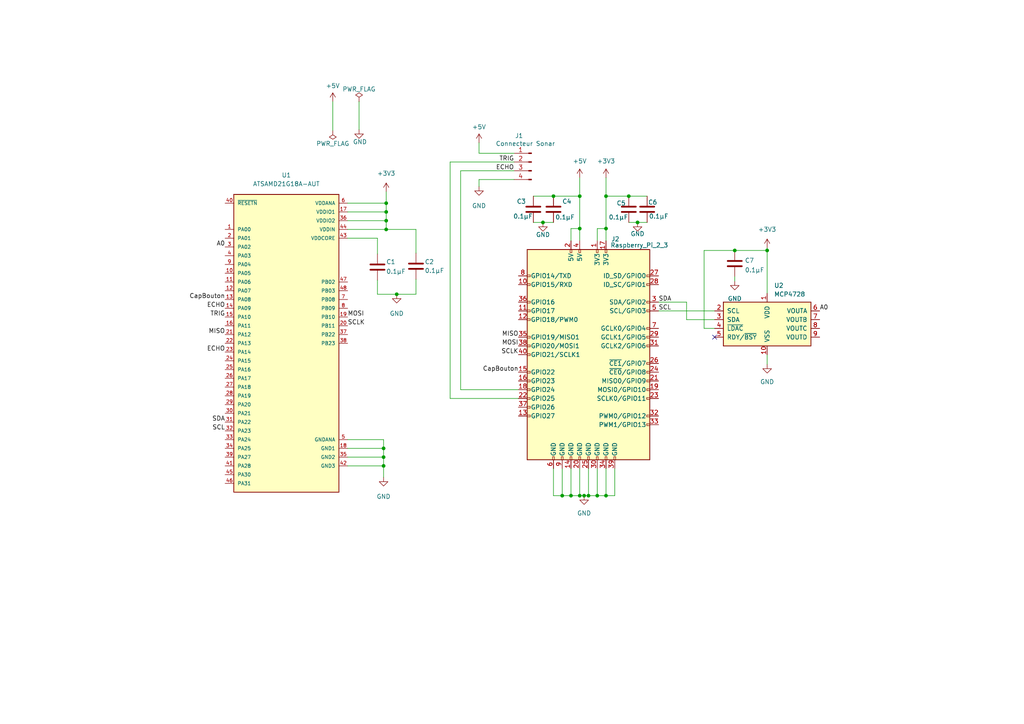
<source format=kicad_sch>
(kicad_sch (version 20211123) (generator eeschema)
  (paper "A4")
  (title_block (title "Projet Banc de tests") (date "2022-11-21") (rev "1.0") (company "Cegep de sherbrooke") (comment 1 "247-575-SH") (comment 2 "PLANIFICATION DE PROJET") (comment 3 "Wahidi, Mohammad Barin") (comment 4 "Dubé, Etienne"))
  (lib_symbols
    (symbol "Analog_DAC:MCP4728" (pin_names (offset 1.016))
      (property "Reference" "U" (at -12.7 6.35 0))
      (property "Value" "MCP4728" (at 12.7 6.35 0))
      (symbol "MCP4728_0_1"
        (rectangle (start -12.7 5.08) (end 12.7 -7.62) (stroke (width 0.254)) (fill (type background)))
      )
      (symbol "MCP4728_1_1"
        (pin power_in line (at 0 7.62 270) (length 2.54) (name "VDD") (number "1"))
        (pin power_in line (at 0 -10.16 90) (length 2.54) (name "VSS") (number "10"))
        (pin input line (at -15.24 2.54 0) (length 2.54) (name "SCL") (number "2"))
        (pin bidirectional line (at -15.24 0 0) (length 2.54) (name "SDA") (number "3"))
        (pin input line (at -15.24 -2.54 0) (length 2.54) (name "~{LDAC}") (number "4"))
        (pin output line (at -15.24 -5.08 0) (length 2.54) (name "RDY/~{BSY}") (number "5"))
        (pin output line (at 15.24 2.54 180) (length 2.54) (name "VOUTA") (number "6"))
        (pin output line (at 15.24 0 180) (length 2.54) (name "VOUTB") (number "7"))
        (pin output line (at 15.24 -2.54 180) (length 2.54) (name "VOUTC") (number "8"))
        (pin output line (at 15.24 -5.08 180) (length 2.54) (name "VOUTD") (number "9"))
      )
    )
    (symbol "Connector:Conn_01x04_Male" (pin_names (offset 1.016) hide)
      (property "Reference" "J" (at 0 5.08 0))
      (property "Value" "Conn_01x04_Male" (at 0 -7.62 0))
      (symbol "Conn_01x04_Male_1_1"
        (polyline (pts (xy 1.27 -5.08) (xy 0.8636 -5.08)) (stroke (width 0.1524)))
        (polyline (pts (xy 1.27 -2.54) (xy 0.8636 -2.54)) (stroke (width 0.1524)))
        (polyline (pts (xy 1.27 0) (xy 0.8636 0)) (stroke (width 0.1524)))
        (polyline (pts (xy 1.27 2.54) (xy 0.8636 2.54)) (stroke (width 0.1524)))
        (rectangle (start 0.8636 -4.953) (end 0 -5.207) (stroke (width 0.1524)) (fill (type outline)))
        (rectangle (start 0.8636 -2.413) (end 0 -2.667) (stroke (width 0.1524)) (fill (type outline)))
        (rectangle (start 0.8636 0.127) (end 0 -0.127) (stroke (width 0.1524)) (fill (type outline)))
        (rectangle (start 0.8636 2.667) (end 0 2.413) (stroke (width 0.1524)) (fill (type outline)))
        (pin passive line (at 5.08 2.54 180) (length 3.81) (name "Pin_1") (number "1"))
        (pin passive line (at 5.08 0 180) (length 3.81) (name "Pin_2") (number "2"))
        (pin passive line (at 5.08 -2.54 180) (length 3.81) (name "Pin_3") (number "3"))
        (pin passive line (at 5.08 -5.08 180) (length 3.81) (name "Pin_4") (number "4"))
      )
    )
    (symbol "Connector:Raspberry_Pi_2_3" (pin_names (offset 1.016))
      (property "Reference" "J" (at -17.78 31.75 0))
      (property "Value" "Raspberry_Pi_2_3" (at 10.16 -31.75 0))
      (symbol "Raspberry_Pi_2_3_0_1"
        (rectangle (start -17.78 30.48) (end 17.78 -30.48) (stroke (width 0.254)) (fill (type background)))
      )
      (symbol "Raspberry_Pi_2_3_1_1"
        (rectangle (start -16.891 -17.526) (end -17.78 -18.034))
        (rectangle (start -16.891 -14.986) (end -17.78 -15.494))
        (rectangle (start -16.891 -12.446) (end -17.78 -12.954))
        (rectangle (start -16.891 -9.906) (end -17.78 -10.414))
        (rectangle (start -16.891 -7.366) (end -17.78 -7.874))
        (rectangle (start -16.891 -4.826) (end -17.78 -5.334))
        (rectangle (start -16.891 0.254) (end -17.78 -0.254))
        (rectangle (start -16.891 2.794) (end -17.78 2.286))
        (rectangle (start -16.891 5.334) (end -17.78 4.826))
        (rectangle (start -16.891 10.414) (end -17.78 9.906))
        (rectangle (start -16.891 12.954) (end -17.78 12.446))
        (rectangle (start -16.891 15.494) (end -17.78 14.986))
        (rectangle (start -16.891 20.574) (end -17.78 20.066))
        (rectangle (start -16.891 23.114) (end -17.78 22.606))
        (rectangle (start -10.414 -29.591) (end -9.906 -30.48))
        (rectangle (start -7.874 -29.591) (end -7.366 -30.48))
        (rectangle (start -5.334 -29.591) (end -4.826 -30.48))
        (rectangle (start -5.334 30.48) (end -4.826 29.591))
        (rectangle (start -2.794 -29.591) (end -2.286 -30.48))
        (rectangle (start -2.794 30.48) (end -2.286 29.591))
        (rectangle (start -0.254 -29.591) (end 0.254 -30.48))
        (rectangle (start 2.286 -29.591) (end 2.794 -30.48))
        (rectangle (start 2.286 30.48) (end 2.794 29.591))
        (rectangle (start 4.826 -29.591) (end 5.334 -30.48))
        (rectangle (start 4.826 30.48) (end 5.334 29.591))
        (rectangle (start 7.366 -29.591) (end 7.874 -30.48))
        (rectangle (start 17.78 -20.066) (end 16.891 -20.574))
        (rectangle (start 17.78 -17.526) (end 16.891 -18.034))
        (rectangle (start 17.78 -12.446) (end 16.891 -12.954))
        (rectangle (start 17.78 -9.906) (end 16.891 -10.414))
        (rectangle (start 17.78 -7.366) (end 16.891 -7.874))
        (rectangle (start 17.78 -4.826) (end 16.891 -5.334))
        (rectangle (start 17.78 -2.286) (end 16.891 -2.794))
        (rectangle (start 17.78 2.794) (end 16.891 2.286))
        (rectangle (start 17.78 5.334) (end 16.891 4.826))
        (rectangle (start 17.78 7.874) (end 16.891 7.366))
        (rectangle (start 17.78 12.954) (end 16.891 12.446))
        (rectangle (start 17.78 15.494) (end 16.891 14.986))
        (rectangle (start 17.78 20.574) (end 16.891 20.066))
        (rectangle (start 17.78 23.114) (end 16.891 22.606))
        (pin power_in line (at 2.54 33.02 270) (length 2.54) (name "3V3") (number "1"))
        (pin bidirectional line (at -20.32 20.32 0) (length 2.54) (name "GPIO15/RXD") (number "10"))
        (pin bidirectional line (at -20.32 12.7 0) (length 2.54) (name "GPIO17") (number "11"))
        (pin bidirectional line (at -20.32 10.16 0) (length 2.54) (name "GPIO18/PWM0") (number "12"))
        (pin bidirectional line (at -20.32 -17.78 0) (length 2.54) (name "GPIO27") (number "13"))
        (pin power_in line (at -5.08 -33.02 90) (length 2.54) (name "GND") (number "14"))
        (pin bidirectional line (at -20.32 -5.08 0) (length 2.54) (name "GPIO22") (number "15"))
        (pin bidirectional line (at -20.32 -7.62 0) (length 2.54) (name "GPIO23") (number "16"))
        (pin power_in line (at 5.08 33.02 270) (length 2.54) (name "3V3") (number "17"))
        (pin bidirectional line (at -20.32 -10.16 0) (length 2.54) (name "GPIO24") (number "18"))
        (pin bidirectional line (at 20.32 -10.16 180) (length 2.54) (name "MOSI0/GPIO10") (number "19"))
        (pin power_in line (at -5.08 33.02 270) (length 2.54) (name "5V") (number "2"))
        (pin power_in line (at -2.54 -33.02 90) (length 2.54) (name "GND") (number "20"))
        (pin bidirectional line (at 20.32 -7.62 180) (length 2.54) (name "MISO0/GPIO9") (number "21"))
        (pin bidirectional line (at -20.32 -12.7 0) (length 2.54) (name "GPIO25") (number "22"))
        (pin bidirectional line (at 20.32 -12.7 180) (length 2.54) (name "SCLK0/GPIO11") (number "23"))
        (pin bidirectional line (at 20.32 -5.08 180) (length 2.54) (name "~{CE0}/GPIO8") (number "24"))
        (pin power_in line (at 0 -33.02 90) (length 2.54) (name "GND") (number "25"))
        (pin bidirectional line (at 20.32 -2.54 180) (length 2.54) (name "~{CE1}/GPIO7") (number "26"))
        (pin bidirectional line (at 20.32 22.86 180) (length 2.54) (name "ID_SD/GPIO0") (number "27"))
        (pin bidirectional line (at 20.32 20.32 180) (length 2.54) (name "ID_SC/GPIO1") (number "28"))
        (pin bidirectional line (at 20.32 5.08 180) (length 2.54) (name "GCLK1/GPIO5") (number "29"))
        (pin bidirectional line (at 20.32 15.24 180) (length 2.54) (name "SDA/GPIO2") (number "3"))
        (pin power_in line (at 2.54 -33.02 90) (length 2.54) (name "GND") (number "30"))
        (pin bidirectional line (at 20.32 2.54 180) (length 2.54) (name "GCLK2/GPIO6") (number "31"))
        (pin bidirectional line (at 20.32 -17.78 180) (length 2.54) (name "PWM0/GPIO12") (number "32"))
        (pin bidirectional line (at 20.32 -20.32 180) (length 2.54) (name "PWM1/GPIO13") (number "33"))
        (pin power_in line (at 5.08 -33.02 90) (length 2.54) (name "GND") (number "34"))
        (pin bidirectional line (at -20.32 5.08 0) (length 2.54) (name "GPIO19/MISO1") (number "35"))
        (pin bidirectional line (at -20.32 15.24 0) (length 2.54) (name "GPIO16") (number "36"))
        (pin bidirectional line (at -20.32 -15.24 0) (length 2.54) (name "GPIO26") (number "37"))
        (pin bidirectional line (at -20.32 2.54 0) (length 2.54) (name "GPIO20/MOSI1") (number "38"))
        (pin power_in line (at 7.62 -33.02 90) (length 2.54) (name "GND") (number "39"))
        (pin power_in line (at -2.54 33.02 270) (length 2.54) (name "5V") (number "4"))
        (pin bidirectional line (at -20.32 0 0) (length 2.54) (name "GPIO21/SCLK1") (number "40"))
        (pin bidirectional line (at 20.32 12.7 180) (length 2.54) (name "SCL/GPIO3") (number "5"))
        (pin power_in line (at -10.16 -33.02 90) (length 2.54) (name "GND") (number "6"))
        (pin bidirectional line (at 20.32 7.62 180) (length 2.54) (name "GCLK0/GPIO4") (number "7"))
        (pin bidirectional line (at -20.32 22.86 0) (length 2.54) (name "GPIO14/TXD") (number "8"))
        (pin power_in line (at -7.62 -33.02 90) (length 2.54) (name "GND") (number "9"))
      )
    )
    (symbol "Device:C" (pin_numbers hide) (pin_names (offset 0.254))
      (property "Reference" "C" (at 0.635 2.54 0))
      (property "Value" "C" (at 0.635 -2.54 0))
      (symbol "C_0_1"
        (polyline (pts (xy -2.032 -0.762) (xy 2.032 -0.762)) (stroke (width 0.508)))
        (polyline (pts (xy -2.032 0.762) (xy 2.032 0.762)) (stroke (width 0.508)))
      )
      (symbol "C_1_1"
        (pin passive line (at 0 3.81 270) (length 2.794) (name "~") (number "1"))
        (pin passive line (at 0 -3.81 90) (length 2.794) (name "~") (number "2"))
      )
    )
    (symbol "New_Library:ATSAMD21G18A-AUT" (pin_names (offset 1.016))
      (property "Reference" "U" (at -15.2718 43.7793 0))
      (property "Value" "ATSAMD21G18A-AUT" (at -15.2566 -45.7699 0))
      (symbol "ATSAMD21G18A-AUT_0_0"
        (rectangle (start -15.24 -43.18) (end 15.24 43.18) (stroke (width 0.254)) (fill (type background)))
        (pin bidirectional line (at -17.78 33.02 0) (length 2.54) (name "PA00") (number "1"))
        (pin bidirectional line (at -17.78 20.32 0) (length 2.54) (name "PA05") (number "10"))
        (pin bidirectional line (at -17.78 17.78 0) (length 2.54) (name "PA06") (number "11"))
        (pin bidirectional line (at -17.78 15.24 0) (length 2.54) (name "PA07") (number "12"))
        (pin bidirectional line (at -17.78 12.7 0) (length 2.54) (name "PA08") (number "13"))
        (pin bidirectional line (at -17.78 10.16 0) (length 2.54) (name "PA09") (number "14"))
        (pin bidirectional line (at -17.78 7.62 0) (length 2.54) (name "PA10") (number "15"))
        (pin bidirectional line (at -17.78 5.08 0) (length 2.54) (name "PA11") (number "16"))
        (pin power_in line (at 17.78 38.1 180) (length 2.54) (name "VDDIO1") (number "17"))
        (pin power_in line (at 17.78 -30.48 180) (length 2.54) (name "GND1") (number "18"))
        (pin bidirectional line (at 17.78 7.62 180) (length 2.54) (name "PB10") (number "19"))
        (pin bidirectional line (at -17.78 30.48 0) (length 2.54) (name "PA01") (number "2"))
        (pin bidirectional line (at 17.78 5.08 180) (length 2.54) (name "PB11") (number "20"))
        (pin bidirectional line (at -17.78 2.54 0) (length 2.54) (name "PA12") (number "21"))
        (pin bidirectional line (at -17.78 0 0) (length 2.54) (name "PA13") (number "22"))
        (pin bidirectional line (at -17.78 -2.54 0) (length 2.54) (name "PA14") (number "23"))
        (pin bidirectional line (at -17.78 -5.08 0) (length 2.54) (name "PA15") (number "24"))
        (pin bidirectional line (at -17.78 -7.62 0) (length 2.54) (name "PA16") (number "25"))
        (pin bidirectional line (at -17.78 -10.16 0) (length 2.54) (name "PA17") (number "26"))
        (pin bidirectional line (at -17.78 -12.7 0) (length 2.54) (name "PA18") (number "27"))
        (pin bidirectional line (at -17.78 -15.24 0) (length 2.54) (name "PA19") (number "28"))
        (pin bidirectional line (at -17.78 -17.78 0) (length 2.54) (name "PA20") (number "29"))
        (pin bidirectional line (at -17.78 27.94 0) (length 2.54) (name "PA02") (number "3"))
        (pin bidirectional line (at -17.78 -20.32 0) (length 2.54) (name "PA21") (number "30"))
        (pin bidirectional line (at -17.78 -22.86 0) (length 2.54) (name "PA22") (number "31"))
        (pin bidirectional line (at -17.78 -25.4 0) (length 2.54) (name "PA23") (number "32"))
        (pin bidirectional line (at -17.78 -27.94 0) (length 2.54) (name "PA24") (number "33"))
        (pin bidirectional line (at -17.78 -30.48 0) (length 2.54) (name "PA25") (number "34"))
        (pin power_in line (at 17.78 -33.02 180) (length 2.54) (name "GND2") (number "35"))
        (pin power_in line (at 17.78 35.56 180) (length 2.54) (name "VDDIO2") (number "36"))
        (pin bidirectional line (at 17.78 2.54 180) (length 2.54) (name "PB22") (number "37"))
        (pin bidirectional line (at 17.78 0 180) (length 2.54) (name "PB23") (number "38"))
        (pin bidirectional line (at -17.78 -33.02 0) (length 2.54) (name "PA27") (number "39"))
        (pin bidirectional line (at -17.78 25.4 0) (length 2.54) (name "PA03") (number "4"))
        (pin input line (at -17.78 40.64 0) (length 2.54) (name "~{RESETN}") (number "40"))
        (pin bidirectional line (at -17.78 -35.56 0) (length 2.54) (name "PA28") (number "41"))
        (pin power_in line (at 17.78 -35.56 180) (length 2.54) (name "GND3") (number "42"))
        (pin power_in line (at 17.78 30.48 180) (length 2.54) (name "VDDCORE") (number "43"))
        (pin power_in line (at 17.78 33.02 180) (length 2.54) (name "VDDIN") (number "44"))
        (pin bidirectional line (at -17.78 -38.1 0) (length 2.54) (name "PA30") (number "45"))
        (pin bidirectional line (at -17.78 -40.64 0) (length 2.54) (name "PA31") (number "46"))
        (pin bidirectional line (at 17.78 17.78 180) (length 2.54) (name "PB02") (number "47"))
        (pin bidirectional line (at 17.78 15.24 180) (length 2.54) (name "PB03") (number "48"))
        (pin power_in line (at 17.78 -27.94 180) (length 2.54) (name "GNDANA") (number "5"))
        (pin power_in line (at 17.78 40.64 180) (length 2.54) (name "VDDANA") (number "6"))
        (pin bidirectional line (at 17.78 12.7 180) (length 2.54) (name "PB08") (number "7"))
        (pin bidirectional line (at 17.78 10.16 180) (length 2.54) (name "PB09") (number "8"))
        (pin bidirectional line (at -17.78 22.86 0) (length 2.54) (name "PA04") (number "9"))
      )
    )
    (symbol "power:+3.3V" (power) (pin_names (offset 0))
      (property "Value" "+3.3V" (at 0 3.556 0))
      (symbol "+3.3V_0_1"
        (polyline (pts (xy -0.762 1.27) (xy 0 2.54)))
        (polyline (pts (xy 0 0) (xy 0 2.54)))
        (polyline (pts (xy 0 2.54) (xy 0.762 1.27)))
      )
      (symbol "+3.3V_1_1"
        (pin power_in line (at 0 0 90) (length 0) hide (name "+3V3") (number "1"))
      )
    )
    (symbol "power:+5V" (power) (pin_names (offset 0))
      (property "Value" "+5V" (at 0 3.556 0))
      (symbol "+5V_0_1"
        (polyline (pts (xy -0.762 1.27) (xy 0 2.54)))
        (polyline (pts (xy 0 0) (xy 0 2.54)))
        (polyline (pts (xy 0 2.54) (xy 0.762 1.27)))
      )
      (symbol "+5V_1_1"
        (pin power_in line (at 0 0 90) (length 0) hide (name "+5V") (number "1"))
      )
    )
    (symbol "power:GND" (power) (pin_names (offset 0))
      (property "Value" "GND" (at 0 -3.81 0))
      (symbol "GND_0_1"
        (polyline (pts (xy 0 0) (xy 0 -1.27) (xy 1.27 -1.27) (xy 0 -2.54) (xy -1.27 -1.27) (xy 0 -1.27)))
      )
      (symbol "GND_1_1"
        (pin power_in line (at 0 0 270) (length 0) hide (name "GND") (number "1"))
      )
    )
    (symbol "power:PWR_FLAG" (power) (pin_numbers hide) (pin_names (offset 0) hide)
      (property "Value" "PWR_FLAG" (at 0 3.81 0))
      (symbol "PWR_FLAG_0_0"
        (pin power_out line (at 0 0 90) (length 0) (name "pwr") (number "1"))
      )
      (symbol "PWR_FLAG_0_1"
        (polyline (pts (xy 0 0) (xy 0 1.27) (xy -1.016 1.905) (xy 0 2.54) (xy 1.016 1.905) (xy 0 1.27)))
      )
    )
  )
  (junction (at 160.528 56.896))
  (junction (at 157.48 64.516))
  (junction (at 184.912 64.516))
  (junction (at 175.768 56.896))
  (junction (at 213.106 72.644))
  (junction (at 111.252 135.128))
  (junction (at 169.418 143.764))
  (junction (at 111.252 132.588))
  (junction (at 115.062 85.344))
  (junction (at 112.014 66.548))
  (junction (at 112.014 58.928))
  (junction (at 163.068 143.764))
  (junction (at 182.372 56.896))
  (junction (at 168.148 56.896))
  (junction (at 222.504 72.644))
  (junction (at 175.768 143.764))
  (junction (at 112.014 61.468))
  (junction (at 170.688 143.764))
  (junction (at 168.148 143.764))
  (junction (at 112.014 64.008))
  (junction (at 111.252 130.048))
  (junction (at 168.148 66.294))
  (junction (at 173.228 143.764))
  (junction (at 175.768 66.294))
  (junction (at 165.608 143.764))
  (no_connect (at 207.264 97.79))
  (wire (pts (xy 112.014 61.468) (xy 112.014 58.928)))
  (wire (pts (xy 157.48 64.516) (xy 160.528 64.516)))
  (wire (pts (xy 120.65 66.548) (xy 112.014 66.548)))
  (wire (pts (xy 165.608 143.764) (xy 168.148 143.764)))
  (wire (pts (xy 163.068 135.89) (xy 163.068 143.764)))
  (wire (pts (xy 154.686 64.516) (xy 157.48 64.516)))
  (wire (pts (xy 96.52 29.464) (xy 96.52 37.846)))
  (wire (pts (xy 120.65 73.406) (xy 120.65 66.548)))
  (wire (pts (xy 178.308 135.89) (xy 178.308 143.764)))
  (wire (pts (xy 199.136 87.63) (xy 199.136 92.71)))
  (wire (pts (xy 178.308 143.764) (xy 175.768 143.764)))
  (wire (pts (xy 154.686 56.896) (xy 160.528 56.896)))
  (wire (pts (xy 111.252 130.048) (xy 111.252 132.588)))
  (wire (pts (xy 163.068 143.764) (xy 165.608 143.764)))
  (wire (pts (xy 100.838 61.468) (xy 112.014 61.468)))
  (wire (pts (xy 130.556 115.57) (xy 150.368 115.57)))
  (wire (pts (xy 100.838 69.088) (xy 109.474 69.088)))
  (wire (pts (xy 182.372 56.896) (xy 187.706 56.896)))
  (wire (pts (xy 100.838 66.548) (xy 112.014 66.548)))
  (wire (pts (xy 100.838 127.508) (xy 111.252 127.508)))
  (wire (pts (xy 191.008 90.17) (xy 207.264 90.17)))
  (wire (pts (xy 168.148 66.294) (xy 168.148 69.85)))
  (wire (pts (xy 109.474 85.344) (xy 115.062 85.344)))
  (wire (pts (xy 170.688 143.764) (xy 169.418 143.764)))
  (wire (pts (xy 184.912 64.516) (xy 182.372 64.516)))
  (wire (pts (xy 168.148 135.89) (xy 168.148 143.764)))
  (wire (pts (xy 104.14 29.464) (xy 104.14 37.592)))
  (wire (pts (xy 160.528 143.764) (xy 163.068 143.764)))
  (wire (pts (xy 168.148 56.896) (xy 168.148 66.294)))
  (wire (pts (xy 165.608 135.89) (xy 165.608 143.764)))
  (wire (pts (xy 100.838 130.048) (xy 111.252 130.048)))
  (wire (pts (xy 173.228 135.89) (xy 173.228 143.764)))
  (wire (pts (xy 109.474 69.088) (xy 109.474 73.66)))
  (wire (pts (xy 213.106 72.644) (xy 222.504 72.644)))
  (wire (pts (xy 138.938 44.45) (xy 149.098 44.45)))
  (wire (pts (xy 149.098 46.99) (xy 130.556 46.99)))
  (wire (pts (xy 111.252 135.128) (xy 111.252 138.43)))
  (wire (pts (xy 175.768 56.896) (xy 175.768 66.294)))
  (wire (pts (xy 175.768 143.764) (xy 173.228 143.764)))
  (wire (pts (xy 112.014 66.548) (xy 112.014 64.008)))
  (wire (pts (xy 191.008 87.63) (xy 199.136 87.63)))
  (wire (pts (xy 100.838 135.128) (xy 111.252 135.128)))
  (wire (pts (xy 204.216 72.644) (xy 213.106 72.644)))
  (wire (pts (xy 138.938 54.102) (xy 138.938 52.07)))
  (wire (pts (xy 111.252 127.508) (xy 111.252 130.048)))
  (wire (pts (xy 173.228 66.294) (xy 175.768 66.294)))
  (wire (pts (xy 213.106 80.264) (xy 213.106 81.534)))
  (wire (pts (xy 222.504 72.644) (xy 222.504 71.882)))
  (wire (pts (xy 160.528 56.896) (xy 168.148 56.896)))
  (wire (pts (xy 168.148 51.562) (xy 168.148 56.896)))
  (wire (pts (xy 112.014 55.626) (xy 112.014 58.928)))
  (wire (pts (xy 109.474 81.28) (xy 109.474 85.344)))
  (wire (pts (xy 207.264 95.25) (xy 204.216 95.25)))
  (wire (pts (xy 149.098 49.53) (xy 133.604 49.53)))
  (wire (pts (xy 199.136 92.71) (xy 207.264 92.71)))
  (wire (pts (xy 168.148 143.764) (xy 169.418 143.764)))
  (wire (pts (xy 175.768 135.89) (xy 175.768 143.764)))
  (wire (pts (xy 130.556 46.99) (xy 130.556 115.57)))
  (wire (pts (xy 120.65 81.026) (xy 120.65 85.344)))
  (wire (pts (xy 204.216 95.25) (xy 204.216 72.644)))
  (wire (pts (xy 170.688 135.89) (xy 170.688 143.764)))
  (wire (pts (xy 112.014 64.008) (xy 112.014 61.468)))
  (wire (pts (xy 115.062 85.344) (xy 120.65 85.344)))
  (wire (pts (xy 165.608 69.85) (xy 165.608 66.294)))
  (wire (pts (xy 222.504 102.87) (xy 222.504 105.664)))
  (wire (pts (xy 133.604 113.03) (xy 150.368 113.03)))
  (wire (pts (xy 175.768 51.562) (xy 175.768 56.896)))
  (wire (pts (xy 100.838 64.008) (xy 112.014 64.008)))
  (wire (pts (xy 187.706 64.516) (xy 184.912 64.516)))
  (wire (pts (xy 100.838 58.928) (xy 112.014 58.928)))
  (wire (pts (xy 175.768 56.896) (xy 182.372 56.896)))
  (wire (pts (xy 222.504 72.644) (xy 222.504 85.09)))
  (wire (pts (xy 165.608 66.294) (xy 168.148 66.294)))
  (wire (pts (xy 111.252 132.588) (xy 111.252 135.128)))
  (wire (pts (xy 160.528 135.89) (xy 160.528 143.764)))
  (wire (pts (xy 173.228 69.85) (xy 173.228 66.294)))
  (wire (pts (xy 100.838 132.588) (xy 111.252 132.588)))
  (wire (pts (xy 138.938 52.07) (xy 149.098 52.07)))
  (wire (pts (xy 173.228 143.764) (xy 170.688 143.764)))
  (wire (pts (xy 175.768 66.294) (xy 175.768 69.85)))
  (wire (pts (xy 138.938 41.402) (xy 138.938 44.45)))
  (wire (pts (xy 133.604 113.03) (xy 133.604 49.53)))
  (label "SCLK" (at 150.368 102.87 180))
  (label "MISO" (at 150.368 97.79 180))
  (label "SCLK" (at 100.838 94.488 0))
  (label "MOSI" (at 100.838 91.948 0))
  (label "SDA" (at 191.008 87.63 0))
  (label "A0" (at 237.744 90.17 0))
  (label "MOSI" (at 150.368 100.33 180))
  (label "CapBouton" (at 65.278 86.868 180))
  (label "SCL" (at 65.278 124.968 180))
  (label "ECHO" (at 65.278 102.108 180))
  (label "ECHO" (at 65.278 89.408 180))
  (label "SCL" (at 191.008 90.17 0))
  (label "TRIG" (at 149.098 46.99 180))
  (label "TRIG" (at 65.278 91.948 180))
  (label "SDA" (at 65.278 122.428 180))
  (label "MISO" (at 65.278 97.028 180))
  (label "ECHO" (at 149.098 49.53 180))
  (label "CapBouton" (at 150.368 107.95 180))
  (label "A0" (at 65.278 71.628 180))
  (symbol (lib_id "Connector:Raspberry_Pi_2_3") (at 170.688 102.87 0) (unit 1)
    (property "Reference" "J2" (at 177.292 69.342 0) (effects (justify left)))
    (property "Value" "Raspberry_Pi_2_3" (at 177.038 71.12 0) (effects (justify left)))
    (property "Datasheet" "https://www.raspberrypi.org/documentation/hardware/raspberrypi/schematics/rpi_SCH_3bplus_1p0_reduced.pdf" (effects hide))
  )
  (symbol (lib_id "power:GND") (at 213.106 81.534 0) (unit 1)
    (property "Reference" "#PWR011" (effects hide))
    (property "Value" "GND" (at 213.106 86.614 0))
  )
  (symbol (lib_id "power:GND") (at 104.14 37.592 0) (unit 1)
    (property "Reference" "#PWR015" (effects hide))
    (property "Value" "GND" (at 104.394 41.148 0))
  )
  (symbol (lib_id "power:GND") (at 157.48 64.516 0) (unit 1)
    (property "Reference" "#PWR06" (effects hide))
    (property "Value" "GND" (at 157.48 68.072 0))
  )
  (symbol (lib_id "New_Library:ATSAMD21G18A-AUT") (at 83.058 99.568 0) (unit 1)
    (property "Reference" "U1" (at 83.058 50.8 0))
    (property "Value" "ATSAMD21G18A-AUT" (at 83.058 53.34 0))
    (property "Footprint" "QFP50P900X900X120-48N" (effects hide))
    (property "MANUFACTURER" "ATMEL" (effects hide))
  )
  (symbol (lib_id "Device:C") (at 160.528 60.706 0) (unit 1)
    (property "Reference" "C4" (at 163.068 58.42 0) (effects (justify left)))
    (property "Value" "0.1µF" (at 161.036 62.992 0) (effects (justify left)))
  )
  (symbol (lib_id "Device:C") (at 182.372 60.706 0) (unit 1)
    (property "Reference" "C5" (at 178.816 58.928 0) (effects (justify left)))
    (property "Value" "0.1µF" (at 176.53 62.992 0) (effects (justify left)))
  )
  (symbol (lib_id "Device:C") (at 154.686 60.706 0) (unit 1)
    (property "Reference" "C3" (at 149.86 58.42 0) (effects (justify left)))
    (property "Value" "0.1µF" (at 148.844 62.738 0) (effects (justify left)))
  )
  (symbol (lib_id "power:GND") (at 184.912 64.516 0) (unit 1)
    (property "Reference" "#PWR010" (effects hide))
    (property "Value" "GND" (at 184.912 67.818 0))
  )
  (symbol (lib_id "power:GND") (at 169.418 143.764 0) (unit 1)
    (property "Reference" "#PWR08" (effects hide))
    (property "Value" "GND" (at 169.418 148.844 0))
  )
  (symbol (lib_id "Device:C") (at 109.474 77.47 0) (unit 1)
    (property "Reference" "C1" (at 112.014 75.946 0) (effects (justify left)))
    (property "Value" "0.1µF" (at 112.014 78.74 0) (effects (justify left)))
  )
  (symbol (lib_id "power:GND") (at 115.062 85.344 0) (unit 1)
    (property "Reference" "#PWR03" (effects hide))
    (property "Value" "GND" (at 115.062 90.932 0))
  )
  (symbol (lib_id "power:+5V") (at 138.938 41.402 0) (unit 1)
    (property "Reference" "#PWR04" (effects hide))
    (property "Value" "+5V" (at 138.938 36.83 0))
  )
  (symbol (lib_id "Device:C") (at 120.65 77.216 0) (unit 1)
    (property "Reference" "C2" (at 123.19 75.946 0) (effects (justify left)))
    (property "Value" "0.1µF" (at 123.19 78.486 0) (effects (justify left)))
  )
  (symbol (lib_id "power:GND") (at 138.938 54.102 0) (unit 1)
    (property "Reference" "#PWR05" (effects hide))
    (property "Value" "GND" (at 138.938 59.69 0))
  )
  (symbol (lib_id "Connector:Conn_01x04_Male") (at 154.178 46.99 0) (mirror y) (unit 1)
    (property "Reference" "J1" (at 149.352 39.37 0) (effects (justify right)))
    (property "Value" "Connecteur Sonar" (at 143.764 41.656 0) (effects (justify right)))
  )
  (symbol (lib_id "power:+3.3V") (at 222.504 71.882 0) (unit 1)
    (property "Reference" "#PWR012" (effects hide))
    (property "Value" "+3.3V" (at 222.504 66.548 0))
  )
  (symbol (lib_id "power:+5V") (at 168.148 51.562 0) (unit 1)
    (property "Reference" "#PWR07" (effects hide))
    (property "Value" "+5V" (at 168.148 46.736 0))
  )
  (symbol (lib_id "Device:C") (at 213.106 76.454 0) (unit 1)
    (property "Reference" "C7" (at 216.027 75.5455 0) (effects (justify left)))
    (property "Value" "0.1µF" (at 216.027 78.3206 0) (effects (justify left)))
  )
  (symbol (lib_id "power:PWR_FLAG") (at 104.14 29.464 0) (unit 1)
    (property "Reference" "#FLG02" (effects hide))
    (property "Value" "PWR_FLAG" (at 104.14 25.8595 0))
  )
  (symbol (lib_id "power:+5V") (at 96.52 29.464 0) (unit 1)
    (property "Reference" "#PWR014" (effects hide))
    (property "Value" "+5V" (at 96.52 24.892 0))
  )
  (symbol (lib_id "power:GND") (at 111.252 138.43 0) (unit 1)
    (property "Reference" "#PWR01" (effects hide))
    (property "Value" "GND" (at 111.252 144.018 0))
  )
  (symbol (lib_id "power:+3.3V") (at 175.768 51.562 0) (unit 1)
    (property "Reference" "#PWR09" (effects hide))
    (property "Value" "+3.3V" (at 175.768 46.736 0))
  )
  (symbol (lib_id "power:GND") (at 222.504 105.664 0) (unit 1)
    (property "Reference" "#PWR013" (effects hide))
    (property "Value" "GND" (at 222.504 110.744 0))
  )
  (symbol (lib_id "power:+3.3V") (at 112.014 55.626 0) (unit 1)
    (property "Reference" "#PWR02" (effects hide))
    (property "Value" "+3.3V" (at 112.014 50.292 0))
  )
  (symbol (lib_id "Analog_DAC:MCP4728") (at 222.504 92.71 0) (unit 1)
    (property "Reference" "U2" (at 224.5234 82.804 0) (effects (justify left)))
    (property "Value" "MCP4728" (at 224.5234 85.344 0) (effects (justify left)))
    (property "Footprint" "Package_SO:MSOP-10_3x3mm_P0.5mm" (effects hide))
    (property "Datasheet" "http://ww1.microchip.com/downloads/en/DeviceDoc/22187E.pdf" (effects hide))
  )
  (symbol (lib_id "Device:C") (at 187.706 60.706 0) (unit 1)
    (property "Reference" "C6" (at 187.96 58.674 0) (effects (justify left)))
    (property "Value" "0.1µF" (at 188.214 62.738 0) (effects (justify left)))
  )
  (symbol (lib_id "power:PWR_FLAG") (at 96.52 37.846 180) (unit 1)
    (property "Reference" "#FLG01" (effects hide))
    (property "Value" "PWR_FLAG" (at 91.694 41.656 0) (effects (justify right)))
  )
)
</source>
